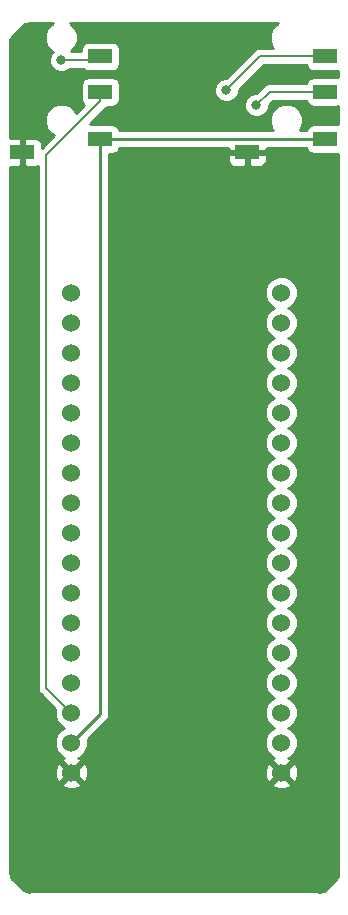
<source format=gtl>
G04 #@! TF.GenerationSoftware,KiCad,Pcbnew,5.0.1-33cea8e~66~ubuntu18.04.1*
G04 #@! TF.CreationDate,2018-10-13T22:06:55+09:00*
G04 #@! TF.ProjectId,pendant,70656E64616E742E6B696361645F7063,rev?*
G04 #@! TF.SameCoordinates,Original*
G04 #@! TF.FileFunction,Copper,L1,Top,Signal*
G04 #@! TF.FilePolarity,Positive*
%FSLAX46Y46*%
G04 Gerber Fmt 4.6, Leading zero omitted, Abs format (unit mm)*
G04 Created by KiCad (PCBNEW 5.0.1-33cea8e~66~ubuntu18.04.1) date 2018年10月13日 22時06分55秒*
%MOMM*%
%LPD*%
G01*
G04 APERTURE LIST*
G04 #@! TA.AperFunction,SMDPad,CuDef*
%ADD10R,2.000000X1.200000*%
G04 #@! TD*
G04 #@! TA.AperFunction,ComponentPad*
%ADD11C,1.524000*%
G04 #@! TD*
G04 #@! TA.AperFunction,ViaPad*
%ADD12C,0.800000*%
G04 #@! TD*
G04 #@! TA.AperFunction,Conductor*
%ADD13C,0.250000*%
G04 #@! TD*
G04 #@! TA.AperFunction,Conductor*
%ADD14C,0.200000*%
G04 #@! TD*
G04 #@! TA.AperFunction,Conductor*
%ADD15C,0.254000*%
G04 #@! TD*
G04 APERTURE END LIST*
D10*
G04 #@! TO.P,J1,S*
G04 #@! TO.N,GND*
X119890000Y-72560000D03*
G04 #@! TO.P,J1,T*
G04 #@! TO.N,3V3*
X126490000Y-71460000D03*
G04 #@! TO.P,J1,R1*
G04 #@! TO.N,SDA1*
X126490000Y-67460000D03*
G04 #@! TO.P,J1,R2*
G04 #@! TO.N,SCL1*
X126490000Y-64460000D03*
G04 #@! TD*
G04 #@! TO.P,J2,R2*
G04 #@! TO.N,SCL2*
X145540000Y-64460000D03*
G04 #@! TO.P,J2,R1*
G04 #@! TO.N,SDA2*
X145540000Y-67460000D03*
G04 #@! TO.P,J2,T*
G04 #@! TO.N,3V3*
X145540000Y-71460000D03*
G04 #@! TO.P,J2,S*
G04 #@! TO.N,GND*
X138940000Y-72560000D03*
G04 #@! TD*
D11*
G04 #@! TO.P,U1,1*
G04 #@! TO.N,Net-(U1-Pad1)*
X124035001Y-84455001D03*
G04 #@! TO.P,U1,2*
G04 #@! TO.N,Net-(U1-Pad2)*
X124035001Y-86995001D03*
G04 #@! TO.P,U1,3*
G04 #@! TO.N,Net-(U1-Pad3)*
X124035001Y-89535001D03*
G04 #@! TO.P,U1,4*
G04 #@! TO.N,Net-(U1-Pad4)*
X124035001Y-92075001D03*
G04 #@! TO.P,U1,5*
G04 #@! TO.N,Net-(U1-Pad5)*
X124035001Y-94615001D03*
G04 #@! TO.P,U1,6*
G04 #@! TO.N,Net-(U1-Pad6)*
X124035001Y-97155001D03*
G04 #@! TO.P,U1,7*
G04 #@! TO.N,Net-(U1-Pad7)*
X124035001Y-99695001D03*
G04 #@! TO.P,U1,8*
G04 #@! TO.N,Net-(U1-Pad8)*
X124035001Y-102235001D03*
G04 #@! TO.P,U1,9*
G04 #@! TO.N,Net-(U1-Pad9)*
X124035001Y-104775001D03*
G04 #@! TO.P,U1,10*
G04 #@! TO.N,Net-(U1-Pad10)*
X124035001Y-107315001D03*
G04 #@! TO.P,U1,11*
G04 #@! TO.N,Net-(U1-Pad11)*
X124035001Y-109855001D03*
G04 #@! TO.P,U1,12*
G04 #@! TO.N,Net-(U1-Pad12)*
X124035001Y-112395001D03*
G04 #@! TO.P,U1,13*
G04 #@! TO.N,Net-(U1-Pad13)*
X124035001Y-114935001D03*
G04 #@! TO.P,U1,14*
G04 #@! TO.N,SCL1*
X124035001Y-117475001D03*
G04 #@! TO.P,U1,15*
G04 #@! TO.N,SDA1*
X124035001Y-120015001D03*
G04 #@! TO.P,U1,16*
G04 #@! TO.N,3V3*
X124035001Y-122555001D03*
G04 #@! TO.P,U1,17*
G04 #@! TO.N,GND*
X124035001Y-125095001D03*
G04 #@! TO.P,U1,18*
X141815001Y-125095001D03*
G04 #@! TO.P,U1,19*
G04 #@! TO.N,Net-(U1-Pad19)*
X141815001Y-122555001D03*
G04 #@! TO.P,U1,20*
G04 #@! TO.N,Net-(U1-Pad20)*
X141815001Y-120015001D03*
G04 #@! TO.P,U1,21*
G04 #@! TO.N,Net-(U1-Pad21)*
X141815001Y-117475001D03*
G04 #@! TO.P,U1,22*
G04 #@! TO.N,Net-(U1-Pad22)*
X141815001Y-114935001D03*
G04 #@! TO.P,U1,23*
G04 #@! TO.N,Net-(U1-Pad23)*
X141815001Y-112395001D03*
G04 #@! TO.P,U1,24*
G04 #@! TO.N,Net-(U1-Pad24)*
X141815001Y-109855001D03*
G04 #@! TO.P,U1,25*
G04 #@! TO.N,Net-(U1-Pad25)*
X141815001Y-107315001D03*
G04 #@! TO.P,U1,26*
G04 #@! TO.N,Net-(U1-Pad26)*
X141815001Y-104775001D03*
G04 #@! TO.P,U1,27*
G04 #@! TO.N,Net-(U1-Pad27)*
X141815001Y-102235001D03*
G04 #@! TO.P,U1,28*
G04 #@! TO.N,Net-(U1-Pad28)*
X141815001Y-99695001D03*
G04 #@! TO.P,U1,29*
G04 #@! TO.N,Net-(U1-Pad29)*
X141815001Y-97155001D03*
G04 #@! TO.P,U1,30*
G04 #@! TO.N,Net-(U1-Pad30)*
X141815001Y-94615001D03*
G04 #@! TO.P,U1,31*
G04 #@! TO.N,Net-(U1-Pad31)*
X141815001Y-92075001D03*
G04 #@! TO.P,U1,32*
G04 #@! TO.N,Net-(U1-Pad32)*
X141815001Y-89535001D03*
G04 #@! TO.P,U1,33*
G04 #@! TO.N,SCL2*
X141815001Y-86995001D03*
G04 #@! TO.P,U1,34*
G04 #@! TO.N,SDA2*
X141815001Y-84455001D03*
G04 #@! TD*
D12*
G04 #@! TO.N,SCL1*
X123190000Y-64770000D03*
G04 #@! TO.N,SCL2*
X137160000Y-67310000D03*
G04 #@! TO.N,SDA2*
X139700000Y-68580000D03*
G04 #@! TD*
D13*
G04 #@! TO.N,3V3*
X145540000Y-71460000D02*
X126490000Y-71460000D01*
X126490000Y-120100002D02*
X124035001Y-122555001D01*
X126490000Y-71460000D02*
X126490000Y-120100002D01*
D14*
G04 #@! TO.N,SDA1*
X126490000Y-68260000D02*
X121920000Y-72830000D01*
X126490000Y-67460000D02*
X126490000Y-68260000D01*
X121920000Y-117900000D02*
X124035001Y-120015001D01*
X121920000Y-72830000D02*
X121920000Y-117900000D01*
G04 #@! TO.N,SCL1*
X125780000Y-64770000D02*
X123190000Y-64770000D01*
X126490000Y-64460000D02*
X126090000Y-64460000D01*
X126090000Y-64460000D02*
X125780000Y-64770000D01*
G04 #@! TO.N,SCL2*
X145540000Y-64460000D02*
X140010000Y-64460000D01*
X140010000Y-64460000D02*
X137160000Y-67310000D01*
G04 #@! TO.N,SDA2*
X145540000Y-67460000D02*
X140820000Y-67460000D01*
X140820000Y-67460000D02*
X139700000Y-68580000D01*
G04 #@! TD*
D15*
G04 #@! TO.N,GND*
G36*
X122398663Y-61675680D02*
X122005680Y-62068663D01*
X121793000Y-62582119D01*
X121793000Y-63137881D01*
X122005680Y-63651337D01*
X122398663Y-64044320D01*
X122436356Y-64059933D01*
X122312569Y-64183720D01*
X122155000Y-64564126D01*
X122155000Y-64975874D01*
X122312569Y-65356280D01*
X122603720Y-65647431D01*
X122984126Y-65805000D01*
X123395874Y-65805000D01*
X123776280Y-65647431D01*
X123918711Y-65505000D01*
X125023632Y-65505000D01*
X125032191Y-65517809D01*
X125242235Y-65658157D01*
X125490000Y-65707440D01*
X127490000Y-65707440D01*
X127737765Y-65658157D01*
X127947809Y-65517809D01*
X128088157Y-65307765D01*
X128137440Y-65060000D01*
X128137440Y-63860000D01*
X128088157Y-63612235D01*
X127947809Y-63402191D01*
X127737765Y-63261843D01*
X127490000Y-63212560D01*
X125490000Y-63212560D01*
X125242235Y-63261843D01*
X125032191Y-63402191D01*
X124891843Y-63612235D01*
X124842560Y-63860000D01*
X124842560Y-64035000D01*
X123990657Y-64035000D01*
X124374320Y-63651337D01*
X124587000Y-63137881D01*
X124587000Y-62582119D01*
X124374320Y-62068663D01*
X123981337Y-61675680D01*
X123907269Y-61645000D01*
X141522731Y-61645000D01*
X141448663Y-61675680D01*
X141055680Y-62068663D01*
X140843000Y-62582119D01*
X140843000Y-63137881D01*
X141055680Y-63651337D01*
X141129343Y-63725000D01*
X140082388Y-63725000D01*
X140010000Y-63710601D01*
X139937612Y-63725000D01*
X139723217Y-63767646D01*
X139480095Y-63930095D01*
X139439091Y-63991463D01*
X137155554Y-66275000D01*
X136954126Y-66275000D01*
X136573720Y-66432569D01*
X136282569Y-66723720D01*
X136125000Y-67104126D01*
X136125000Y-67515874D01*
X136282569Y-67896280D01*
X136573720Y-68187431D01*
X136954126Y-68345000D01*
X137365874Y-68345000D01*
X137746280Y-68187431D01*
X138037431Y-67896280D01*
X138195000Y-67515874D01*
X138195000Y-67314446D01*
X140314447Y-65195000D01*
X143919413Y-65195000D01*
X143941843Y-65307765D01*
X144082191Y-65517809D01*
X144292235Y-65658157D01*
X144540000Y-65707440D01*
X146540000Y-65707440D01*
X146585001Y-65698489D01*
X146585001Y-66221511D01*
X146540000Y-66212560D01*
X144540000Y-66212560D01*
X144292235Y-66261843D01*
X144082191Y-66402191D01*
X143941843Y-66612235D01*
X143919413Y-66725000D01*
X140892383Y-66725000D01*
X140819999Y-66710602D01*
X140747615Y-66725000D01*
X140747612Y-66725000D01*
X140533217Y-66767646D01*
X140290095Y-66930095D01*
X140249090Y-66991463D01*
X139695554Y-67545000D01*
X139494126Y-67545000D01*
X139113720Y-67702569D01*
X138822569Y-67993720D01*
X138665000Y-68374126D01*
X138665000Y-68785874D01*
X138822569Y-69166280D01*
X139113720Y-69457431D01*
X139494126Y-69615000D01*
X139905874Y-69615000D01*
X140286280Y-69457431D01*
X140577431Y-69166280D01*
X140735000Y-68785874D01*
X140735000Y-68584446D01*
X141124447Y-68195000D01*
X143919413Y-68195000D01*
X143941843Y-68307765D01*
X144082191Y-68517809D01*
X144292235Y-68658157D01*
X144540000Y-68707440D01*
X146540000Y-68707440D01*
X146585001Y-68698489D01*
X146585001Y-70221511D01*
X146540000Y-70212560D01*
X144540000Y-70212560D01*
X144292235Y-70261843D01*
X144082191Y-70402191D01*
X143941843Y-70612235D01*
X143924386Y-70700000D01*
X143375657Y-70700000D01*
X143424320Y-70651337D01*
X143637000Y-70137881D01*
X143637000Y-69582119D01*
X143424320Y-69068663D01*
X143031337Y-68675680D01*
X142517881Y-68463000D01*
X141962119Y-68463000D01*
X141448663Y-68675680D01*
X141055680Y-69068663D01*
X140843000Y-69582119D01*
X140843000Y-70137881D01*
X141055680Y-70651337D01*
X141104343Y-70700000D01*
X128105614Y-70700000D01*
X128088157Y-70612235D01*
X127947809Y-70402191D01*
X127737765Y-70261843D01*
X127490000Y-70212560D01*
X125576887Y-70212560D01*
X126958538Y-68830909D01*
X127019905Y-68789905D01*
X127075006Y-68707440D01*
X127490000Y-68707440D01*
X127737765Y-68658157D01*
X127947809Y-68517809D01*
X128088157Y-68307765D01*
X128137440Y-68060000D01*
X128137440Y-66860000D01*
X128088157Y-66612235D01*
X127947809Y-66402191D01*
X127737765Y-66261843D01*
X127490000Y-66212560D01*
X125490000Y-66212560D01*
X125242235Y-66261843D01*
X125032191Y-66402191D01*
X124891843Y-66612235D01*
X124842560Y-66860000D01*
X124842560Y-68060000D01*
X124891843Y-68307765D01*
X125032191Y-68517809D01*
X125128435Y-68582118D01*
X124452689Y-69257864D01*
X124374320Y-69068663D01*
X123981337Y-68675680D01*
X123467881Y-68463000D01*
X122912119Y-68463000D01*
X122398663Y-68675680D01*
X122005680Y-69068663D01*
X121793000Y-69582119D01*
X121793000Y-70137881D01*
X122005680Y-70651337D01*
X122398663Y-71044320D01*
X122587864Y-71122690D01*
X121525000Y-72185554D01*
X121525000Y-71833691D01*
X121428327Y-71600302D01*
X121249699Y-71421673D01*
X121016310Y-71325000D01*
X120175750Y-71325000D01*
X120017000Y-71483750D01*
X120017000Y-72433000D01*
X120037000Y-72433000D01*
X120037000Y-72687000D01*
X120017000Y-72687000D01*
X120017000Y-73636250D01*
X120175750Y-73795000D01*
X121016310Y-73795000D01*
X121185000Y-73725126D01*
X121185001Y-117827611D01*
X121170602Y-117900000D01*
X121227646Y-118186782D01*
X121227647Y-118186783D01*
X121390096Y-118429905D01*
X121451463Y-118470909D01*
X122661336Y-119680783D01*
X122638001Y-119737120D01*
X122638001Y-120292882D01*
X122850681Y-120806338D01*
X123243664Y-121199321D01*
X123450514Y-121285001D01*
X123243664Y-121370681D01*
X122850681Y-121763664D01*
X122638001Y-122277120D01*
X122638001Y-122832882D01*
X122850681Y-123346338D01*
X123243664Y-123739321D01*
X123434648Y-123818429D01*
X123303858Y-123872604D01*
X123234393Y-124114788D01*
X124035001Y-124915396D01*
X124835609Y-124114788D01*
X124766144Y-123872604D01*
X124625608Y-123822466D01*
X124826338Y-123739321D01*
X125219321Y-123346338D01*
X125432001Y-122832882D01*
X125432001Y-122277120D01*
X125419021Y-122245783D01*
X126974473Y-120690331D01*
X127037929Y-120647931D01*
X127205904Y-120396539D01*
X127250000Y-120174854D01*
X127250000Y-120174849D01*
X127264888Y-120100002D01*
X127250000Y-120025155D01*
X127250000Y-84177120D01*
X140418001Y-84177120D01*
X140418001Y-84732882D01*
X140630681Y-85246338D01*
X141023664Y-85639321D01*
X141230514Y-85725001D01*
X141023664Y-85810681D01*
X140630681Y-86203664D01*
X140418001Y-86717120D01*
X140418001Y-87272882D01*
X140630681Y-87786338D01*
X141023664Y-88179321D01*
X141230514Y-88265001D01*
X141023664Y-88350681D01*
X140630681Y-88743664D01*
X140418001Y-89257120D01*
X140418001Y-89812882D01*
X140630681Y-90326338D01*
X141023664Y-90719321D01*
X141230514Y-90805001D01*
X141023664Y-90890681D01*
X140630681Y-91283664D01*
X140418001Y-91797120D01*
X140418001Y-92352882D01*
X140630681Y-92866338D01*
X141023664Y-93259321D01*
X141230514Y-93345001D01*
X141023664Y-93430681D01*
X140630681Y-93823664D01*
X140418001Y-94337120D01*
X140418001Y-94892882D01*
X140630681Y-95406338D01*
X141023664Y-95799321D01*
X141230514Y-95885001D01*
X141023664Y-95970681D01*
X140630681Y-96363664D01*
X140418001Y-96877120D01*
X140418001Y-97432882D01*
X140630681Y-97946338D01*
X141023664Y-98339321D01*
X141230514Y-98425001D01*
X141023664Y-98510681D01*
X140630681Y-98903664D01*
X140418001Y-99417120D01*
X140418001Y-99972882D01*
X140630681Y-100486338D01*
X141023664Y-100879321D01*
X141230514Y-100965001D01*
X141023664Y-101050681D01*
X140630681Y-101443664D01*
X140418001Y-101957120D01*
X140418001Y-102512882D01*
X140630681Y-103026338D01*
X141023664Y-103419321D01*
X141230514Y-103505001D01*
X141023664Y-103590681D01*
X140630681Y-103983664D01*
X140418001Y-104497120D01*
X140418001Y-105052882D01*
X140630681Y-105566338D01*
X141023664Y-105959321D01*
X141230514Y-106045001D01*
X141023664Y-106130681D01*
X140630681Y-106523664D01*
X140418001Y-107037120D01*
X140418001Y-107592882D01*
X140630681Y-108106338D01*
X141023664Y-108499321D01*
X141230514Y-108585001D01*
X141023664Y-108670681D01*
X140630681Y-109063664D01*
X140418001Y-109577120D01*
X140418001Y-110132882D01*
X140630681Y-110646338D01*
X141023664Y-111039321D01*
X141230514Y-111125001D01*
X141023664Y-111210681D01*
X140630681Y-111603664D01*
X140418001Y-112117120D01*
X140418001Y-112672882D01*
X140630681Y-113186338D01*
X141023664Y-113579321D01*
X141230514Y-113665001D01*
X141023664Y-113750681D01*
X140630681Y-114143664D01*
X140418001Y-114657120D01*
X140418001Y-115212882D01*
X140630681Y-115726338D01*
X141023664Y-116119321D01*
X141230514Y-116205001D01*
X141023664Y-116290681D01*
X140630681Y-116683664D01*
X140418001Y-117197120D01*
X140418001Y-117752882D01*
X140630681Y-118266338D01*
X141023664Y-118659321D01*
X141230514Y-118745001D01*
X141023664Y-118830681D01*
X140630681Y-119223664D01*
X140418001Y-119737120D01*
X140418001Y-120292882D01*
X140630681Y-120806338D01*
X141023664Y-121199321D01*
X141230514Y-121285001D01*
X141023664Y-121370681D01*
X140630681Y-121763664D01*
X140418001Y-122277120D01*
X140418001Y-122832882D01*
X140630681Y-123346338D01*
X141023664Y-123739321D01*
X141214648Y-123818429D01*
X141083858Y-123872604D01*
X141014393Y-124114788D01*
X141815001Y-124915396D01*
X142615609Y-124114788D01*
X142546144Y-123872604D01*
X142405608Y-123822466D01*
X142606338Y-123739321D01*
X142999321Y-123346338D01*
X143212001Y-122832882D01*
X143212001Y-122277120D01*
X142999321Y-121763664D01*
X142606338Y-121370681D01*
X142399488Y-121285001D01*
X142606338Y-121199321D01*
X142999321Y-120806338D01*
X143212001Y-120292882D01*
X143212001Y-119737120D01*
X142999321Y-119223664D01*
X142606338Y-118830681D01*
X142399488Y-118745001D01*
X142606338Y-118659321D01*
X142999321Y-118266338D01*
X143212001Y-117752882D01*
X143212001Y-117197120D01*
X142999321Y-116683664D01*
X142606338Y-116290681D01*
X142399488Y-116205001D01*
X142606338Y-116119321D01*
X142999321Y-115726338D01*
X143212001Y-115212882D01*
X143212001Y-114657120D01*
X142999321Y-114143664D01*
X142606338Y-113750681D01*
X142399488Y-113665001D01*
X142606338Y-113579321D01*
X142999321Y-113186338D01*
X143212001Y-112672882D01*
X143212001Y-112117120D01*
X142999321Y-111603664D01*
X142606338Y-111210681D01*
X142399488Y-111125001D01*
X142606338Y-111039321D01*
X142999321Y-110646338D01*
X143212001Y-110132882D01*
X143212001Y-109577120D01*
X142999321Y-109063664D01*
X142606338Y-108670681D01*
X142399488Y-108585001D01*
X142606338Y-108499321D01*
X142999321Y-108106338D01*
X143212001Y-107592882D01*
X143212001Y-107037120D01*
X142999321Y-106523664D01*
X142606338Y-106130681D01*
X142399488Y-106045001D01*
X142606338Y-105959321D01*
X142999321Y-105566338D01*
X143212001Y-105052882D01*
X143212001Y-104497120D01*
X142999321Y-103983664D01*
X142606338Y-103590681D01*
X142399488Y-103505001D01*
X142606338Y-103419321D01*
X142999321Y-103026338D01*
X143212001Y-102512882D01*
X143212001Y-101957120D01*
X142999321Y-101443664D01*
X142606338Y-101050681D01*
X142399488Y-100965001D01*
X142606338Y-100879321D01*
X142999321Y-100486338D01*
X143212001Y-99972882D01*
X143212001Y-99417120D01*
X142999321Y-98903664D01*
X142606338Y-98510681D01*
X142399488Y-98425001D01*
X142606338Y-98339321D01*
X142999321Y-97946338D01*
X143212001Y-97432882D01*
X143212001Y-96877120D01*
X142999321Y-96363664D01*
X142606338Y-95970681D01*
X142399488Y-95885001D01*
X142606338Y-95799321D01*
X142999321Y-95406338D01*
X143212001Y-94892882D01*
X143212001Y-94337120D01*
X142999321Y-93823664D01*
X142606338Y-93430681D01*
X142399488Y-93345001D01*
X142606338Y-93259321D01*
X142999321Y-92866338D01*
X143212001Y-92352882D01*
X143212001Y-91797120D01*
X142999321Y-91283664D01*
X142606338Y-90890681D01*
X142399488Y-90805001D01*
X142606338Y-90719321D01*
X142999321Y-90326338D01*
X143212001Y-89812882D01*
X143212001Y-89257120D01*
X142999321Y-88743664D01*
X142606338Y-88350681D01*
X142399488Y-88265001D01*
X142606338Y-88179321D01*
X142999321Y-87786338D01*
X143212001Y-87272882D01*
X143212001Y-86717120D01*
X142999321Y-86203664D01*
X142606338Y-85810681D01*
X142399488Y-85725001D01*
X142606338Y-85639321D01*
X142999321Y-85246338D01*
X143212001Y-84732882D01*
X143212001Y-84177120D01*
X142999321Y-83663664D01*
X142606338Y-83270681D01*
X142092882Y-83058001D01*
X141537120Y-83058001D01*
X141023664Y-83270681D01*
X140630681Y-83663664D01*
X140418001Y-84177120D01*
X127250000Y-84177120D01*
X127250000Y-72845750D01*
X137305000Y-72845750D01*
X137305000Y-73286309D01*
X137401673Y-73519698D01*
X137580301Y-73698327D01*
X137813690Y-73795000D01*
X138654250Y-73795000D01*
X138813000Y-73636250D01*
X138813000Y-72687000D01*
X139067000Y-72687000D01*
X139067000Y-73636250D01*
X139225750Y-73795000D01*
X140066310Y-73795000D01*
X140299699Y-73698327D01*
X140478327Y-73519698D01*
X140575000Y-73286309D01*
X140575000Y-72845750D01*
X140416250Y-72687000D01*
X139067000Y-72687000D01*
X138813000Y-72687000D01*
X137463750Y-72687000D01*
X137305000Y-72845750D01*
X127250000Y-72845750D01*
X127250000Y-72707440D01*
X127490000Y-72707440D01*
X127737765Y-72658157D01*
X127947809Y-72517809D01*
X128088157Y-72307765D01*
X128105614Y-72220000D01*
X137305000Y-72220000D01*
X137305000Y-72274250D01*
X137463750Y-72433000D01*
X138813000Y-72433000D01*
X138813000Y-72413000D01*
X139067000Y-72413000D01*
X139067000Y-72433000D01*
X140416250Y-72433000D01*
X140575000Y-72274250D01*
X140575000Y-72220000D01*
X143924386Y-72220000D01*
X143941843Y-72307765D01*
X144082191Y-72517809D01*
X144292235Y-72658157D01*
X144540000Y-72707440D01*
X146540000Y-72707440D01*
X146585001Y-72698489D01*
X146585000Y-133422387D01*
X146606657Y-133531263D01*
X146571448Y-133809967D01*
X146500019Y-133990375D01*
X145407863Y-135082531D01*
X145351546Y-135109032D01*
X144978779Y-135180141D01*
X144852388Y-135155000D01*
X120577612Y-135155000D01*
X120468737Y-135176657D01*
X120190033Y-135141448D01*
X120009625Y-135070019D01*
X118917469Y-133977863D01*
X118890968Y-133921546D01*
X118819859Y-133548779D01*
X118845000Y-133422388D01*
X118845000Y-126075214D01*
X123234393Y-126075214D01*
X123303858Y-126317398D01*
X123827303Y-126504145D01*
X124382369Y-126476363D01*
X124766144Y-126317398D01*
X124835609Y-126075214D01*
X141014393Y-126075214D01*
X141083858Y-126317398D01*
X141607303Y-126504145D01*
X142162369Y-126476363D01*
X142546144Y-126317398D01*
X142615609Y-126075214D01*
X141815001Y-125274606D01*
X141014393Y-126075214D01*
X124835609Y-126075214D01*
X124035001Y-125274606D01*
X123234393Y-126075214D01*
X118845000Y-126075214D01*
X118845000Y-124887303D01*
X122625857Y-124887303D01*
X122653639Y-125442369D01*
X122812604Y-125826144D01*
X123054788Y-125895609D01*
X123855396Y-125095001D01*
X124214606Y-125095001D01*
X125015214Y-125895609D01*
X125257398Y-125826144D01*
X125444145Y-125302699D01*
X125423354Y-124887303D01*
X140405857Y-124887303D01*
X140433639Y-125442369D01*
X140592604Y-125826144D01*
X140834788Y-125895609D01*
X141635396Y-125095001D01*
X141994606Y-125095001D01*
X142795214Y-125895609D01*
X143037398Y-125826144D01*
X143224145Y-125302699D01*
X143196363Y-124747633D01*
X143037398Y-124363858D01*
X142795214Y-124294393D01*
X141994606Y-125095001D01*
X141635396Y-125095001D01*
X140834788Y-124294393D01*
X140592604Y-124363858D01*
X140405857Y-124887303D01*
X125423354Y-124887303D01*
X125416363Y-124747633D01*
X125257398Y-124363858D01*
X125015214Y-124294393D01*
X124214606Y-125095001D01*
X123855396Y-125095001D01*
X123054788Y-124294393D01*
X122812604Y-124363858D01*
X122625857Y-124887303D01*
X118845000Y-124887303D01*
X118845000Y-73795000D01*
X119604250Y-73795000D01*
X119763000Y-73636250D01*
X119763000Y-72687000D01*
X119743000Y-72687000D01*
X119743000Y-72433000D01*
X119763000Y-72433000D01*
X119763000Y-71483750D01*
X119604250Y-71325000D01*
X118845000Y-71325000D01*
X118845000Y-63427612D01*
X118823344Y-63318738D01*
X118858552Y-63040033D01*
X118929981Y-62859625D01*
X120022137Y-61767469D01*
X120078454Y-61740968D01*
X120565913Y-61647981D01*
X120660760Y-61645000D01*
X122472731Y-61645000D01*
X122398663Y-61675680D01*
X122398663Y-61675680D01*
G37*
X122398663Y-61675680D02*
X122005680Y-62068663D01*
X121793000Y-62582119D01*
X121793000Y-63137881D01*
X122005680Y-63651337D01*
X122398663Y-64044320D01*
X122436356Y-64059933D01*
X122312569Y-64183720D01*
X122155000Y-64564126D01*
X122155000Y-64975874D01*
X122312569Y-65356280D01*
X122603720Y-65647431D01*
X122984126Y-65805000D01*
X123395874Y-65805000D01*
X123776280Y-65647431D01*
X123918711Y-65505000D01*
X125023632Y-65505000D01*
X125032191Y-65517809D01*
X125242235Y-65658157D01*
X125490000Y-65707440D01*
X127490000Y-65707440D01*
X127737765Y-65658157D01*
X127947809Y-65517809D01*
X128088157Y-65307765D01*
X128137440Y-65060000D01*
X128137440Y-63860000D01*
X128088157Y-63612235D01*
X127947809Y-63402191D01*
X127737765Y-63261843D01*
X127490000Y-63212560D01*
X125490000Y-63212560D01*
X125242235Y-63261843D01*
X125032191Y-63402191D01*
X124891843Y-63612235D01*
X124842560Y-63860000D01*
X124842560Y-64035000D01*
X123990657Y-64035000D01*
X124374320Y-63651337D01*
X124587000Y-63137881D01*
X124587000Y-62582119D01*
X124374320Y-62068663D01*
X123981337Y-61675680D01*
X123907269Y-61645000D01*
X141522731Y-61645000D01*
X141448663Y-61675680D01*
X141055680Y-62068663D01*
X140843000Y-62582119D01*
X140843000Y-63137881D01*
X141055680Y-63651337D01*
X141129343Y-63725000D01*
X140082388Y-63725000D01*
X140010000Y-63710601D01*
X139937612Y-63725000D01*
X139723217Y-63767646D01*
X139480095Y-63930095D01*
X139439091Y-63991463D01*
X137155554Y-66275000D01*
X136954126Y-66275000D01*
X136573720Y-66432569D01*
X136282569Y-66723720D01*
X136125000Y-67104126D01*
X136125000Y-67515874D01*
X136282569Y-67896280D01*
X136573720Y-68187431D01*
X136954126Y-68345000D01*
X137365874Y-68345000D01*
X137746280Y-68187431D01*
X138037431Y-67896280D01*
X138195000Y-67515874D01*
X138195000Y-67314446D01*
X140314447Y-65195000D01*
X143919413Y-65195000D01*
X143941843Y-65307765D01*
X144082191Y-65517809D01*
X144292235Y-65658157D01*
X144540000Y-65707440D01*
X146540000Y-65707440D01*
X146585001Y-65698489D01*
X146585001Y-66221511D01*
X146540000Y-66212560D01*
X144540000Y-66212560D01*
X144292235Y-66261843D01*
X144082191Y-66402191D01*
X143941843Y-66612235D01*
X143919413Y-66725000D01*
X140892383Y-66725000D01*
X140819999Y-66710602D01*
X140747615Y-66725000D01*
X140747612Y-66725000D01*
X140533217Y-66767646D01*
X140290095Y-66930095D01*
X140249090Y-66991463D01*
X139695554Y-67545000D01*
X139494126Y-67545000D01*
X139113720Y-67702569D01*
X138822569Y-67993720D01*
X138665000Y-68374126D01*
X138665000Y-68785874D01*
X138822569Y-69166280D01*
X139113720Y-69457431D01*
X139494126Y-69615000D01*
X139905874Y-69615000D01*
X140286280Y-69457431D01*
X140577431Y-69166280D01*
X140735000Y-68785874D01*
X140735000Y-68584446D01*
X141124447Y-68195000D01*
X143919413Y-68195000D01*
X143941843Y-68307765D01*
X144082191Y-68517809D01*
X144292235Y-68658157D01*
X144540000Y-68707440D01*
X146540000Y-68707440D01*
X146585001Y-68698489D01*
X146585001Y-70221511D01*
X146540000Y-70212560D01*
X144540000Y-70212560D01*
X144292235Y-70261843D01*
X144082191Y-70402191D01*
X143941843Y-70612235D01*
X143924386Y-70700000D01*
X143375657Y-70700000D01*
X143424320Y-70651337D01*
X143637000Y-70137881D01*
X143637000Y-69582119D01*
X143424320Y-69068663D01*
X143031337Y-68675680D01*
X142517881Y-68463000D01*
X141962119Y-68463000D01*
X141448663Y-68675680D01*
X141055680Y-69068663D01*
X140843000Y-69582119D01*
X140843000Y-70137881D01*
X141055680Y-70651337D01*
X141104343Y-70700000D01*
X128105614Y-70700000D01*
X128088157Y-70612235D01*
X127947809Y-70402191D01*
X127737765Y-70261843D01*
X127490000Y-70212560D01*
X125576887Y-70212560D01*
X126958538Y-68830909D01*
X127019905Y-68789905D01*
X127075006Y-68707440D01*
X127490000Y-68707440D01*
X127737765Y-68658157D01*
X127947809Y-68517809D01*
X128088157Y-68307765D01*
X128137440Y-68060000D01*
X128137440Y-66860000D01*
X128088157Y-66612235D01*
X127947809Y-66402191D01*
X127737765Y-66261843D01*
X127490000Y-66212560D01*
X125490000Y-66212560D01*
X125242235Y-66261843D01*
X125032191Y-66402191D01*
X124891843Y-66612235D01*
X124842560Y-66860000D01*
X124842560Y-68060000D01*
X124891843Y-68307765D01*
X125032191Y-68517809D01*
X125128435Y-68582118D01*
X124452689Y-69257864D01*
X124374320Y-69068663D01*
X123981337Y-68675680D01*
X123467881Y-68463000D01*
X122912119Y-68463000D01*
X122398663Y-68675680D01*
X122005680Y-69068663D01*
X121793000Y-69582119D01*
X121793000Y-70137881D01*
X122005680Y-70651337D01*
X122398663Y-71044320D01*
X122587864Y-71122690D01*
X121525000Y-72185554D01*
X121525000Y-71833691D01*
X121428327Y-71600302D01*
X121249699Y-71421673D01*
X121016310Y-71325000D01*
X120175750Y-71325000D01*
X120017000Y-71483750D01*
X120017000Y-72433000D01*
X120037000Y-72433000D01*
X120037000Y-72687000D01*
X120017000Y-72687000D01*
X120017000Y-73636250D01*
X120175750Y-73795000D01*
X121016310Y-73795000D01*
X121185000Y-73725126D01*
X121185001Y-117827611D01*
X121170602Y-117900000D01*
X121227646Y-118186782D01*
X121227647Y-118186783D01*
X121390096Y-118429905D01*
X121451463Y-118470909D01*
X122661336Y-119680783D01*
X122638001Y-119737120D01*
X122638001Y-120292882D01*
X122850681Y-120806338D01*
X123243664Y-121199321D01*
X123450514Y-121285001D01*
X123243664Y-121370681D01*
X122850681Y-121763664D01*
X122638001Y-122277120D01*
X122638001Y-122832882D01*
X122850681Y-123346338D01*
X123243664Y-123739321D01*
X123434648Y-123818429D01*
X123303858Y-123872604D01*
X123234393Y-124114788D01*
X124035001Y-124915396D01*
X124835609Y-124114788D01*
X124766144Y-123872604D01*
X124625608Y-123822466D01*
X124826338Y-123739321D01*
X125219321Y-123346338D01*
X125432001Y-122832882D01*
X125432001Y-122277120D01*
X125419021Y-122245783D01*
X126974473Y-120690331D01*
X127037929Y-120647931D01*
X127205904Y-120396539D01*
X127250000Y-120174854D01*
X127250000Y-120174849D01*
X127264888Y-120100002D01*
X127250000Y-120025155D01*
X127250000Y-84177120D01*
X140418001Y-84177120D01*
X140418001Y-84732882D01*
X140630681Y-85246338D01*
X141023664Y-85639321D01*
X141230514Y-85725001D01*
X141023664Y-85810681D01*
X140630681Y-86203664D01*
X140418001Y-86717120D01*
X140418001Y-87272882D01*
X140630681Y-87786338D01*
X141023664Y-88179321D01*
X141230514Y-88265001D01*
X141023664Y-88350681D01*
X140630681Y-88743664D01*
X140418001Y-89257120D01*
X140418001Y-89812882D01*
X140630681Y-90326338D01*
X141023664Y-90719321D01*
X141230514Y-90805001D01*
X141023664Y-90890681D01*
X140630681Y-91283664D01*
X140418001Y-91797120D01*
X140418001Y-92352882D01*
X140630681Y-92866338D01*
X141023664Y-93259321D01*
X141230514Y-93345001D01*
X141023664Y-93430681D01*
X140630681Y-93823664D01*
X140418001Y-94337120D01*
X140418001Y-94892882D01*
X140630681Y-95406338D01*
X141023664Y-95799321D01*
X141230514Y-95885001D01*
X141023664Y-95970681D01*
X140630681Y-96363664D01*
X140418001Y-96877120D01*
X140418001Y-97432882D01*
X140630681Y-97946338D01*
X141023664Y-98339321D01*
X141230514Y-98425001D01*
X141023664Y-98510681D01*
X140630681Y-98903664D01*
X140418001Y-99417120D01*
X140418001Y-99972882D01*
X140630681Y-100486338D01*
X141023664Y-100879321D01*
X141230514Y-100965001D01*
X141023664Y-101050681D01*
X140630681Y-101443664D01*
X140418001Y-101957120D01*
X140418001Y-102512882D01*
X140630681Y-103026338D01*
X141023664Y-103419321D01*
X141230514Y-103505001D01*
X141023664Y-103590681D01*
X140630681Y-103983664D01*
X140418001Y-104497120D01*
X140418001Y-105052882D01*
X140630681Y-105566338D01*
X141023664Y-105959321D01*
X141230514Y-106045001D01*
X141023664Y-106130681D01*
X140630681Y-106523664D01*
X140418001Y-107037120D01*
X140418001Y-107592882D01*
X140630681Y-108106338D01*
X141023664Y-108499321D01*
X141230514Y-108585001D01*
X141023664Y-108670681D01*
X140630681Y-109063664D01*
X140418001Y-109577120D01*
X140418001Y-110132882D01*
X140630681Y-110646338D01*
X141023664Y-111039321D01*
X141230514Y-111125001D01*
X141023664Y-111210681D01*
X140630681Y-111603664D01*
X140418001Y-112117120D01*
X140418001Y-112672882D01*
X140630681Y-113186338D01*
X141023664Y-113579321D01*
X141230514Y-113665001D01*
X141023664Y-113750681D01*
X140630681Y-114143664D01*
X140418001Y-114657120D01*
X140418001Y-115212882D01*
X140630681Y-115726338D01*
X141023664Y-116119321D01*
X141230514Y-116205001D01*
X141023664Y-116290681D01*
X140630681Y-116683664D01*
X140418001Y-117197120D01*
X140418001Y-117752882D01*
X140630681Y-118266338D01*
X141023664Y-118659321D01*
X141230514Y-118745001D01*
X141023664Y-118830681D01*
X140630681Y-119223664D01*
X140418001Y-119737120D01*
X140418001Y-120292882D01*
X140630681Y-120806338D01*
X141023664Y-121199321D01*
X141230514Y-121285001D01*
X141023664Y-121370681D01*
X140630681Y-121763664D01*
X140418001Y-122277120D01*
X140418001Y-122832882D01*
X140630681Y-123346338D01*
X141023664Y-123739321D01*
X141214648Y-123818429D01*
X141083858Y-123872604D01*
X141014393Y-124114788D01*
X141815001Y-124915396D01*
X142615609Y-124114788D01*
X142546144Y-123872604D01*
X142405608Y-123822466D01*
X142606338Y-123739321D01*
X142999321Y-123346338D01*
X143212001Y-122832882D01*
X143212001Y-122277120D01*
X142999321Y-121763664D01*
X142606338Y-121370681D01*
X142399488Y-121285001D01*
X142606338Y-121199321D01*
X142999321Y-120806338D01*
X143212001Y-120292882D01*
X143212001Y-119737120D01*
X142999321Y-119223664D01*
X142606338Y-118830681D01*
X142399488Y-118745001D01*
X142606338Y-118659321D01*
X142999321Y-118266338D01*
X143212001Y-117752882D01*
X143212001Y-117197120D01*
X142999321Y-116683664D01*
X142606338Y-116290681D01*
X142399488Y-116205001D01*
X142606338Y-116119321D01*
X142999321Y-115726338D01*
X143212001Y-115212882D01*
X143212001Y-114657120D01*
X142999321Y-114143664D01*
X142606338Y-113750681D01*
X142399488Y-113665001D01*
X142606338Y-113579321D01*
X142999321Y-113186338D01*
X143212001Y-112672882D01*
X143212001Y-112117120D01*
X142999321Y-111603664D01*
X142606338Y-111210681D01*
X142399488Y-111125001D01*
X142606338Y-111039321D01*
X142999321Y-110646338D01*
X143212001Y-110132882D01*
X143212001Y-109577120D01*
X142999321Y-109063664D01*
X142606338Y-108670681D01*
X142399488Y-108585001D01*
X142606338Y-108499321D01*
X142999321Y-108106338D01*
X143212001Y-107592882D01*
X143212001Y-107037120D01*
X142999321Y-106523664D01*
X142606338Y-106130681D01*
X142399488Y-106045001D01*
X142606338Y-105959321D01*
X142999321Y-105566338D01*
X143212001Y-105052882D01*
X143212001Y-104497120D01*
X142999321Y-103983664D01*
X142606338Y-103590681D01*
X142399488Y-103505001D01*
X142606338Y-103419321D01*
X142999321Y-103026338D01*
X143212001Y-102512882D01*
X143212001Y-101957120D01*
X142999321Y-101443664D01*
X142606338Y-101050681D01*
X142399488Y-100965001D01*
X142606338Y-100879321D01*
X142999321Y-100486338D01*
X143212001Y-99972882D01*
X143212001Y-99417120D01*
X142999321Y-98903664D01*
X142606338Y-98510681D01*
X142399488Y-98425001D01*
X142606338Y-98339321D01*
X142999321Y-97946338D01*
X143212001Y-97432882D01*
X143212001Y-96877120D01*
X142999321Y-96363664D01*
X142606338Y-95970681D01*
X142399488Y-95885001D01*
X142606338Y-95799321D01*
X142999321Y-95406338D01*
X143212001Y-94892882D01*
X143212001Y-94337120D01*
X142999321Y-93823664D01*
X142606338Y-93430681D01*
X142399488Y-93345001D01*
X142606338Y-93259321D01*
X142999321Y-92866338D01*
X143212001Y-92352882D01*
X143212001Y-91797120D01*
X142999321Y-91283664D01*
X142606338Y-90890681D01*
X142399488Y-90805001D01*
X142606338Y-90719321D01*
X142999321Y-90326338D01*
X143212001Y-89812882D01*
X143212001Y-89257120D01*
X142999321Y-88743664D01*
X142606338Y-88350681D01*
X142399488Y-88265001D01*
X142606338Y-88179321D01*
X142999321Y-87786338D01*
X143212001Y-87272882D01*
X143212001Y-86717120D01*
X142999321Y-86203664D01*
X142606338Y-85810681D01*
X142399488Y-85725001D01*
X142606338Y-85639321D01*
X142999321Y-85246338D01*
X143212001Y-84732882D01*
X143212001Y-84177120D01*
X142999321Y-83663664D01*
X142606338Y-83270681D01*
X142092882Y-83058001D01*
X141537120Y-83058001D01*
X141023664Y-83270681D01*
X140630681Y-83663664D01*
X140418001Y-84177120D01*
X127250000Y-84177120D01*
X127250000Y-72845750D01*
X137305000Y-72845750D01*
X137305000Y-73286309D01*
X137401673Y-73519698D01*
X137580301Y-73698327D01*
X137813690Y-73795000D01*
X138654250Y-73795000D01*
X138813000Y-73636250D01*
X138813000Y-72687000D01*
X139067000Y-72687000D01*
X139067000Y-73636250D01*
X139225750Y-73795000D01*
X140066310Y-73795000D01*
X140299699Y-73698327D01*
X140478327Y-73519698D01*
X140575000Y-73286309D01*
X140575000Y-72845750D01*
X140416250Y-72687000D01*
X139067000Y-72687000D01*
X138813000Y-72687000D01*
X137463750Y-72687000D01*
X137305000Y-72845750D01*
X127250000Y-72845750D01*
X127250000Y-72707440D01*
X127490000Y-72707440D01*
X127737765Y-72658157D01*
X127947809Y-72517809D01*
X128088157Y-72307765D01*
X128105614Y-72220000D01*
X137305000Y-72220000D01*
X137305000Y-72274250D01*
X137463750Y-72433000D01*
X138813000Y-72433000D01*
X138813000Y-72413000D01*
X139067000Y-72413000D01*
X139067000Y-72433000D01*
X140416250Y-72433000D01*
X140575000Y-72274250D01*
X140575000Y-72220000D01*
X143924386Y-72220000D01*
X143941843Y-72307765D01*
X144082191Y-72517809D01*
X144292235Y-72658157D01*
X144540000Y-72707440D01*
X146540000Y-72707440D01*
X146585001Y-72698489D01*
X146585000Y-133422387D01*
X146606657Y-133531263D01*
X146571448Y-133809967D01*
X146500019Y-133990375D01*
X145407863Y-135082531D01*
X145351546Y-135109032D01*
X144978779Y-135180141D01*
X144852388Y-135155000D01*
X120577612Y-135155000D01*
X120468737Y-135176657D01*
X120190033Y-135141448D01*
X120009625Y-135070019D01*
X118917469Y-133977863D01*
X118890968Y-133921546D01*
X118819859Y-133548779D01*
X118845000Y-133422388D01*
X118845000Y-126075214D01*
X123234393Y-126075214D01*
X123303858Y-126317398D01*
X123827303Y-126504145D01*
X124382369Y-126476363D01*
X124766144Y-126317398D01*
X124835609Y-126075214D01*
X141014393Y-126075214D01*
X141083858Y-126317398D01*
X141607303Y-126504145D01*
X142162369Y-126476363D01*
X142546144Y-126317398D01*
X142615609Y-126075214D01*
X141815001Y-125274606D01*
X141014393Y-126075214D01*
X124835609Y-126075214D01*
X124035001Y-125274606D01*
X123234393Y-126075214D01*
X118845000Y-126075214D01*
X118845000Y-124887303D01*
X122625857Y-124887303D01*
X122653639Y-125442369D01*
X122812604Y-125826144D01*
X123054788Y-125895609D01*
X123855396Y-125095001D01*
X124214606Y-125095001D01*
X125015214Y-125895609D01*
X125257398Y-125826144D01*
X125444145Y-125302699D01*
X125423354Y-124887303D01*
X140405857Y-124887303D01*
X140433639Y-125442369D01*
X140592604Y-125826144D01*
X140834788Y-125895609D01*
X141635396Y-125095001D01*
X141994606Y-125095001D01*
X142795214Y-125895609D01*
X143037398Y-125826144D01*
X143224145Y-125302699D01*
X143196363Y-124747633D01*
X143037398Y-124363858D01*
X142795214Y-124294393D01*
X141994606Y-125095001D01*
X141635396Y-125095001D01*
X140834788Y-124294393D01*
X140592604Y-124363858D01*
X140405857Y-124887303D01*
X125423354Y-124887303D01*
X125416363Y-124747633D01*
X125257398Y-124363858D01*
X125015214Y-124294393D01*
X124214606Y-125095001D01*
X123855396Y-125095001D01*
X123054788Y-124294393D01*
X122812604Y-124363858D01*
X122625857Y-124887303D01*
X118845000Y-124887303D01*
X118845000Y-73795000D01*
X119604250Y-73795000D01*
X119763000Y-73636250D01*
X119763000Y-72687000D01*
X119743000Y-72687000D01*
X119743000Y-72433000D01*
X119763000Y-72433000D01*
X119763000Y-71483750D01*
X119604250Y-71325000D01*
X118845000Y-71325000D01*
X118845000Y-63427612D01*
X118823344Y-63318738D01*
X118858552Y-63040033D01*
X118929981Y-62859625D01*
X120022137Y-61767469D01*
X120078454Y-61740968D01*
X120565913Y-61647981D01*
X120660760Y-61645000D01*
X122472731Y-61645000D01*
X122398663Y-61675680D01*
G04 #@! TD*
M02*

</source>
